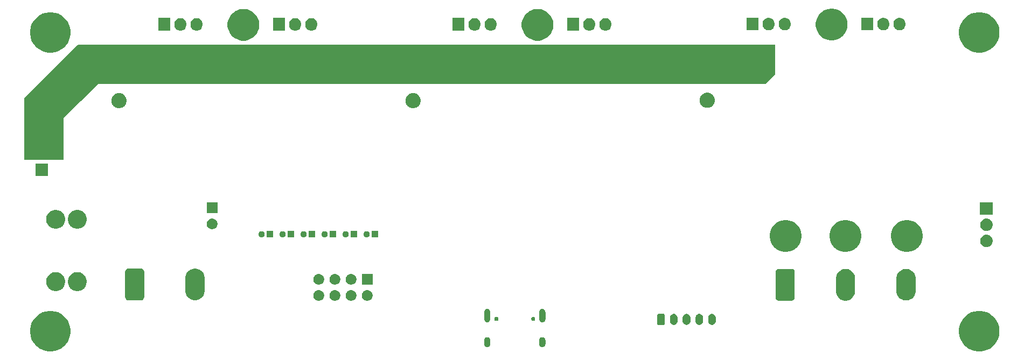
<source format=gbr>
%TF.GenerationSoftware,KiCad,Pcbnew,9.0.2*%
%TF.CreationDate,2025-05-19T15:54:50+02:00*%
%TF.ProjectId,ESC-TFG-KiCad,4553432d-5446-4472-9d4b-694361642e6b,v1.0*%
%TF.SameCoordinates,Original*%
%TF.FileFunction,Soldermask,Bot*%
%TF.FilePolarity,Negative*%
%FSLAX46Y46*%
G04 Gerber Fmt 4.6, Leading zero omitted, Abs format (unit mm)*
G04 Created by KiCad (PCBNEW 9.0.2) date 2025-05-19 15:54:50*
%MOMM*%
%LPD*%
G01*
G04 APERTURE LIST*
G04 APERTURE END LIST*
G36*
X72100025Y-112378416D02*
G01*
X72577587Y-112533585D01*
X73024995Y-112761551D01*
X73431234Y-113056701D01*
X73786299Y-113411766D01*
X74081449Y-113818005D01*
X74309415Y-114265413D01*
X74464584Y-114742975D01*
X74543135Y-115238931D01*
X74543135Y-115741069D01*
X74464584Y-116237025D01*
X74309415Y-116714587D01*
X74081449Y-117161995D01*
X73786299Y-117568234D01*
X73431234Y-117923299D01*
X73024995Y-118218449D01*
X72577587Y-118446415D01*
X72100025Y-118601584D01*
X71604069Y-118680135D01*
X71101931Y-118680135D01*
X70605975Y-118601584D01*
X70128413Y-118446415D01*
X69681005Y-118218449D01*
X69274766Y-117923299D01*
X68919701Y-117568234D01*
X68624551Y-117161995D01*
X68396585Y-116714587D01*
X68241416Y-116237025D01*
X68162865Y-115741069D01*
X68162865Y-115238931D01*
X68241416Y-114742975D01*
X68396585Y-114265413D01*
X68624551Y-113818005D01*
X68919701Y-113411766D01*
X69274766Y-113056701D01*
X69681005Y-112761551D01*
X70128413Y-112533585D01*
X70605975Y-112378416D01*
X71101931Y-112299865D01*
X71604069Y-112299865D01*
X72100025Y-112378416D01*
G37*
G36*
X218100025Y-112378416D02*
G01*
X218577587Y-112533585D01*
X219024995Y-112761551D01*
X219431234Y-113056701D01*
X219786299Y-113411766D01*
X220081449Y-113818005D01*
X220309415Y-114265413D01*
X220464584Y-114742975D01*
X220543135Y-115238931D01*
X220543135Y-115741069D01*
X220464584Y-116237025D01*
X220309415Y-116714587D01*
X220081449Y-117161995D01*
X219786299Y-117568234D01*
X219431234Y-117923299D01*
X219024995Y-118218449D01*
X218577587Y-118446415D01*
X218100025Y-118601584D01*
X217604069Y-118680135D01*
X217101931Y-118680135D01*
X216605975Y-118601584D01*
X216128413Y-118446415D01*
X215681005Y-118218449D01*
X215274766Y-117923299D01*
X214919701Y-117568234D01*
X214624551Y-117161995D01*
X214396585Y-116714587D01*
X214241416Y-116237025D01*
X214162865Y-115741069D01*
X214162865Y-115238931D01*
X214241416Y-114742975D01*
X214396585Y-114265413D01*
X214624551Y-113818005D01*
X214919701Y-113411766D01*
X215274766Y-113056701D01*
X215681005Y-112761551D01*
X216128413Y-112533585D01*
X216605975Y-112378416D01*
X217101931Y-112299865D01*
X217604069Y-112299865D01*
X218100025Y-112378416D01*
G37*
G36*
X140310785Y-116515265D02*
G01*
X140448735Y-116653215D01*
X140523393Y-116833455D01*
X140533000Y-116931000D01*
X140533000Y-117531000D01*
X140523393Y-117628545D01*
X140448735Y-117808785D01*
X140310785Y-117946735D01*
X140130545Y-118021393D01*
X139935455Y-118021393D01*
X139755215Y-117946735D01*
X139617265Y-117808785D01*
X139542607Y-117628545D01*
X139533000Y-117531000D01*
X139533000Y-116931000D01*
X139542607Y-116833455D01*
X139617265Y-116653215D01*
X139755215Y-116515265D01*
X139935455Y-116440607D01*
X140130545Y-116440607D01*
X140310785Y-116515265D01*
G37*
G36*
X148950785Y-116515265D02*
G01*
X149088735Y-116653215D01*
X149163393Y-116833455D01*
X149173000Y-116931000D01*
X149173000Y-117531000D01*
X149163393Y-117628545D01*
X149088735Y-117808785D01*
X148950785Y-117946735D01*
X148770545Y-118021393D01*
X148575455Y-118021393D01*
X148395215Y-117946735D01*
X148257265Y-117808785D01*
X148182607Y-117628545D01*
X148173000Y-117531000D01*
X148173000Y-116931000D01*
X148182607Y-116833455D01*
X148257265Y-116653215D01*
X148395215Y-116515265D01*
X148575455Y-116440607D01*
X148770545Y-116440607D01*
X148950785Y-116515265D01*
G37*
G36*
X167798671Y-112784030D02*
G01*
X167879777Y-112838223D01*
X167933970Y-112919329D01*
X167953000Y-113015000D01*
X167953000Y-114265000D01*
X167933970Y-114360671D01*
X167879777Y-114441777D01*
X167798671Y-114495970D01*
X167703000Y-114515000D01*
X167003000Y-114515000D01*
X166907329Y-114495970D01*
X166826223Y-114441777D01*
X166772030Y-114360671D01*
X166753000Y-114265000D01*
X166753000Y-113015000D01*
X166772030Y-112919329D01*
X166826223Y-112838223D01*
X166907329Y-112784030D01*
X167003000Y-112765000D01*
X167703000Y-112765000D01*
X167798671Y-112784030D01*
G37*
G36*
X169582610Y-112810672D02*
G01*
X169718257Y-112888988D01*
X169829012Y-112999743D01*
X169907328Y-113135390D01*
X169947867Y-113286684D01*
X169953000Y-113365000D01*
X169953000Y-113915000D01*
X169947867Y-113993316D01*
X169907328Y-114144610D01*
X169829012Y-114280257D01*
X169718257Y-114391012D01*
X169582610Y-114469328D01*
X169431316Y-114509867D01*
X169274684Y-114509867D01*
X169123390Y-114469328D01*
X168987743Y-114391012D01*
X168876988Y-114280257D01*
X168798672Y-114144610D01*
X168758133Y-113993316D01*
X168753000Y-113915000D01*
X168753000Y-113365000D01*
X168758133Y-113286684D01*
X168798672Y-113135390D01*
X168876988Y-112999743D01*
X168987743Y-112888988D01*
X169123390Y-112810672D01*
X169274684Y-112770133D01*
X169431316Y-112770133D01*
X169582610Y-112810672D01*
G37*
G36*
X171582610Y-112810672D02*
G01*
X171718257Y-112888988D01*
X171829012Y-112999743D01*
X171907328Y-113135390D01*
X171947867Y-113286684D01*
X171953000Y-113365000D01*
X171953000Y-113915000D01*
X171947867Y-113993316D01*
X171907328Y-114144610D01*
X171829012Y-114280257D01*
X171718257Y-114391012D01*
X171582610Y-114469328D01*
X171431316Y-114509867D01*
X171274684Y-114509867D01*
X171123390Y-114469328D01*
X170987743Y-114391012D01*
X170876988Y-114280257D01*
X170798672Y-114144610D01*
X170758133Y-113993316D01*
X170753000Y-113915000D01*
X170753000Y-113365000D01*
X170758133Y-113286684D01*
X170798672Y-113135390D01*
X170876988Y-112999743D01*
X170987743Y-112888988D01*
X171123390Y-112810672D01*
X171274684Y-112770133D01*
X171431316Y-112770133D01*
X171582610Y-112810672D01*
G37*
G36*
X173582610Y-112810672D02*
G01*
X173718257Y-112888988D01*
X173829012Y-112999743D01*
X173907328Y-113135390D01*
X173947867Y-113286684D01*
X173953000Y-113365000D01*
X173953000Y-113915000D01*
X173947867Y-113993316D01*
X173907328Y-114144610D01*
X173829012Y-114280257D01*
X173718257Y-114391012D01*
X173582610Y-114469328D01*
X173431316Y-114509867D01*
X173274684Y-114509867D01*
X173123390Y-114469328D01*
X172987743Y-114391012D01*
X172876988Y-114280257D01*
X172798672Y-114144610D01*
X172758133Y-113993316D01*
X172753000Y-113915000D01*
X172753000Y-113365000D01*
X172758133Y-113286684D01*
X172798672Y-113135390D01*
X172876988Y-112999743D01*
X172987743Y-112888988D01*
X173123390Y-112810672D01*
X173274684Y-112770133D01*
X173431316Y-112770133D01*
X173582610Y-112810672D01*
G37*
G36*
X175582610Y-112810672D02*
G01*
X175718257Y-112888988D01*
X175829012Y-112999743D01*
X175907328Y-113135390D01*
X175947867Y-113286684D01*
X175953000Y-113365000D01*
X175953000Y-113915000D01*
X175947867Y-113993316D01*
X175907328Y-114144610D01*
X175829012Y-114280257D01*
X175718257Y-114391012D01*
X175582610Y-114469328D01*
X175431316Y-114509867D01*
X175274684Y-114509867D01*
X175123390Y-114469328D01*
X174987743Y-114391012D01*
X174876988Y-114280257D01*
X174798672Y-114144610D01*
X174758133Y-113993316D01*
X174753000Y-113915000D01*
X174753000Y-113365000D01*
X174758133Y-113286684D01*
X174798672Y-113135390D01*
X174876988Y-112999743D01*
X174987743Y-112888988D01*
X175123390Y-112810672D01*
X175274684Y-112770133D01*
X175431316Y-112770133D01*
X175582610Y-112810672D01*
G37*
G36*
X140310785Y-112085265D02*
G01*
X140448735Y-112223215D01*
X140523393Y-112403455D01*
X140533000Y-112501000D01*
X140533000Y-113601000D01*
X140523393Y-113698545D01*
X140448735Y-113878785D01*
X140310785Y-114016735D01*
X140130545Y-114091393D01*
X139935455Y-114091393D01*
X139755215Y-114016735D01*
X139617265Y-113878785D01*
X139542607Y-113698545D01*
X139533000Y-113601000D01*
X139533000Y-112501000D01*
X139542607Y-112403455D01*
X139617265Y-112223215D01*
X139755215Y-112085265D01*
X139935455Y-112010607D01*
X140130545Y-112010607D01*
X140310785Y-112085265D01*
G37*
G36*
X148950785Y-112085265D02*
G01*
X149088735Y-112223215D01*
X149163393Y-112403455D01*
X149173000Y-112501000D01*
X149173000Y-113601000D01*
X149163393Y-113698545D01*
X149088735Y-113878785D01*
X148950785Y-114016735D01*
X148770545Y-114091393D01*
X148575455Y-114091393D01*
X148395215Y-114016735D01*
X148257265Y-113878785D01*
X148182607Y-113698545D01*
X148173000Y-113601000D01*
X148173000Y-112501000D01*
X148182607Y-112403455D01*
X148257265Y-112223215D01*
X148395215Y-112085265D01*
X148575455Y-112010607D01*
X148770545Y-112010607D01*
X148950785Y-112085265D01*
G37*
G36*
X141643560Y-113280772D02*
G01*
X141733228Y-113370440D01*
X141781755Y-113487596D01*
X141781755Y-113614404D01*
X141733228Y-113731560D01*
X141643560Y-113821228D01*
X141526404Y-113869755D01*
X141399596Y-113869755D01*
X141282440Y-113821228D01*
X141192772Y-113731560D01*
X141144245Y-113614404D01*
X141144245Y-113487596D01*
X141192772Y-113370440D01*
X141282440Y-113280772D01*
X141399596Y-113232245D01*
X141526404Y-113232245D01*
X141643560Y-113280772D01*
G37*
G36*
X147423560Y-113280772D02*
G01*
X147513228Y-113370440D01*
X147561755Y-113487596D01*
X147561755Y-113614404D01*
X147513228Y-113731560D01*
X147423560Y-113821228D01*
X147306404Y-113869755D01*
X147179596Y-113869755D01*
X147062440Y-113821228D01*
X146972772Y-113731560D01*
X146924245Y-113614404D01*
X146924245Y-113487596D01*
X146972772Y-113370440D01*
X147062440Y-113280772D01*
X147179596Y-113232245D01*
X147306404Y-113232245D01*
X147423560Y-113280772D01*
G37*
G36*
X113858281Y-109094702D02*
G01*
X114050447Y-109205650D01*
X114207350Y-109362553D01*
X114318298Y-109554719D01*
X114375728Y-109769053D01*
X114375728Y-109990947D01*
X114318298Y-110205281D01*
X114207350Y-110397447D01*
X114050447Y-110554350D01*
X113858281Y-110665298D01*
X113643947Y-110722728D01*
X113422053Y-110722728D01*
X113207719Y-110665298D01*
X113015553Y-110554350D01*
X112858650Y-110397447D01*
X112747702Y-110205281D01*
X112690272Y-109990947D01*
X112690272Y-109769053D01*
X112747702Y-109554719D01*
X112858650Y-109362553D01*
X113015553Y-109205650D01*
X113207719Y-109094702D01*
X113422053Y-109037272D01*
X113643947Y-109037272D01*
X113858281Y-109094702D01*
G37*
G36*
X116398281Y-109094702D02*
G01*
X116590447Y-109205650D01*
X116747350Y-109362553D01*
X116858298Y-109554719D01*
X116915728Y-109769053D01*
X116915728Y-109990947D01*
X116858298Y-110205281D01*
X116747350Y-110397447D01*
X116590447Y-110554350D01*
X116398281Y-110665298D01*
X116183947Y-110722728D01*
X115962053Y-110722728D01*
X115747719Y-110665298D01*
X115555553Y-110554350D01*
X115398650Y-110397447D01*
X115287702Y-110205281D01*
X115230272Y-109990947D01*
X115230272Y-109769053D01*
X115287702Y-109554719D01*
X115398650Y-109362553D01*
X115555553Y-109205650D01*
X115747719Y-109094702D01*
X115962053Y-109037272D01*
X116183947Y-109037272D01*
X116398281Y-109094702D01*
G37*
G36*
X118938281Y-109094702D02*
G01*
X119130447Y-109205650D01*
X119287350Y-109362553D01*
X119398298Y-109554719D01*
X119455728Y-109769053D01*
X119455728Y-109990947D01*
X119398298Y-110205281D01*
X119287350Y-110397447D01*
X119130447Y-110554350D01*
X118938281Y-110665298D01*
X118723947Y-110722728D01*
X118502053Y-110722728D01*
X118287719Y-110665298D01*
X118095553Y-110554350D01*
X117938650Y-110397447D01*
X117827702Y-110205281D01*
X117770272Y-109990947D01*
X117770272Y-109769053D01*
X117827702Y-109554719D01*
X117938650Y-109362553D01*
X118095553Y-109205650D01*
X118287719Y-109094702D01*
X118502053Y-109037272D01*
X118723947Y-109037272D01*
X118938281Y-109094702D01*
G37*
G36*
X121478281Y-109094702D02*
G01*
X121670447Y-109205650D01*
X121827350Y-109362553D01*
X121938298Y-109554719D01*
X121995728Y-109769053D01*
X121995728Y-109990947D01*
X121938298Y-110205281D01*
X121827350Y-110397447D01*
X121670447Y-110554350D01*
X121478281Y-110665298D01*
X121263947Y-110722728D01*
X121042053Y-110722728D01*
X120827719Y-110665298D01*
X120635553Y-110554350D01*
X120478650Y-110397447D01*
X120367702Y-110205281D01*
X120310272Y-109990947D01*
X120310272Y-109769053D01*
X120367702Y-109554719D01*
X120478650Y-109362553D01*
X120635553Y-109205650D01*
X120827719Y-109094702D01*
X121042053Y-109037272D01*
X121263947Y-109037272D01*
X121478281Y-109094702D01*
G37*
G36*
X188044542Y-105728060D02*
G01*
X188206753Y-105836447D01*
X188315140Y-105998658D01*
X188353200Y-106190000D01*
X188353200Y-110190000D01*
X188315140Y-110381342D01*
X188206753Y-110543553D01*
X188044542Y-110651940D01*
X187853200Y-110690000D01*
X185853200Y-110690000D01*
X185661858Y-110651940D01*
X185499647Y-110543553D01*
X185391260Y-110381342D01*
X185353200Y-110190000D01*
X185353200Y-106190000D01*
X185391260Y-105998658D01*
X185499647Y-105836447D01*
X185661858Y-105728060D01*
X185853200Y-105690000D01*
X187853200Y-105690000D01*
X188044542Y-105728060D01*
G37*
G36*
X196788627Y-105754589D02*
G01*
X197060295Y-105867118D01*
X197304790Y-106030484D01*
X197512716Y-106238410D01*
X197676082Y-106482905D01*
X197788611Y-106754573D01*
X197845977Y-107042974D01*
X197853200Y-107190000D01*
X197853200Y-109190000D01*
X197845977Y-109337026D01*
X197788611Y-109625427D01*
X197676082Y-109897095D01*
X197512716Y-110141590D01*
X197304790Y-110349516D01*
X197060295Y-110512882D01*
X196788627Y-110625411D01*
X196500226Y-110682777D01*
X196206174Y-110682777D01*
X195917773Y-110625411D01*
X195646105Y-110512882D01*
X195401610Y-110349516D01*
X195193684Y-110141590D01*
X195030318Y-109897095D01*
X194917789Y-109625427D01*
X194860423Y-109337026D01*
X194853200Y-109190000D01*
X194853200Y-107190000D01*
X194860423Y-107042974D01*
X194917789Y-106754573D01*
X195030318Y-106482905D01*
X195193684Y-106238410D01*
X195401610Y-106030484D01*
X195646105Y-105867118D01*
X195917773Y-105754589D01*
X196206174Y-105697223D01*
X196500226Y-105697223D01*
X196788627Y-105754589D01*
G37*
G36*
X206288427Y-105744589D02*
G01*
X206560095Y-105857118D01*
X206804590Y-106020484D01*
X207012516Y-106228410D01*
X207175882Y-106472905D01*
X207288411Y-106744573D01*
X207345777Y-107032974D01*
X207353000Y-107180000D01*
X207353000Y-109180000D01*
X207345777Y-109327026D01*
X207288411Y-109615427D01*
X207175882Y-109887095D01*
X207012516Y-110131590D01*
X206804590Y-110339516D01*
X206560095Y-110502882D01*
X206288427Y-110615411D01*
X206000026Y-110672777D01*
X205705974Y-110672777D01*
X205417573Y-110615411D01*
X205145905Y-110502882D01*
X204901410Y-110339516D01*
X204693484Y-110131590D01*
X204530118Y-109887095D01*
X204417589Y-109615427D01*
X204360223Y-109327026D01*
X204353000Y-109180000D01*
X204353000Y-107180000D01*
X204360223Y-107032974D01*
X204417589Y-106744573D01*
X204530118Y-106472905D01*
X204693484Y-106228410D01*
X204901410Y-106020484D01*
X205145905Y-105857118D01*
X205417573Y-105744589D01*
X205705974Y-105687223D01*
X206000026Y-105687223D01*
X206288427Y-105744589D01*
G37*
G36*
X85794342Y-105672060D02*
G01*
X85956553Y-105780447D01*
X86064940Y-105942658D01*
X86103000Y-106134000D01*
X86103000Y-110134000D01*
X86064940Y-110325342D01*
X85956553Y-110487553D01*
X85794342Y-110595940D01*
X85603000Y-110634000D01*
X83603000Y-110634000D01*
X83411658Y-110595940D01*
X83249447Y-110487553D01*
X83141060Y-110325342D01*
X83103000Y-110134000D01*
X83103000Y-106134000D01*
X83141060Y-105942658D01*
X83249447Y-105780447D01*
X83411658Y-105672060D01*
X83603000Y-105634000D01*
X85603000Y-105634000D01*
X85794342Y-105672060D01*
G37*
G36*
X94538427Y-105698589D02*
G01*
X94810095Y-105811118D01*
X95054590Y-105974484D01*
X95262516Y-106182410D01*
X95425882Y-106426905D01*
X95538411Y-106698573D01*
X95595777Y-106986974D01*
X95603000Y-107134000D01*
X95603000Y-109134000D01*
X95595777Y-109281026D01*
X95538411Y-109569427D01*
X95425882Y-109841095D01*
X95262516Y-110085590D01*
X95054590Y-110293516D01*
X94810095Y-110456882D01*
X94538427Y-110569411D01*
X94250026Y-110626777D01*
X93955974Y-110626777D01*
X93667573Y-110569411D01*
X93395905Y-110456882D01*
X93151410Y-110293516D01*
X92943484Y-110085590D01*
X92780118Y-109841095D01*
X92667589Y-109569427D01*
X92610223Y-109281026D01*
X92603000Y-109134000D01*
X92603000Y-107134000D01*
X92610223Y-106986974D01*
X92667589Y-106698573D01*
X92780118Y-106426905D01*
X92943484Y-106182410D01*
X93151410Y-105974484D01*
X93395905Y-105811118D01*
X93667573Y-105698589D01*
X93955974Y-105641223D01*
X94250026Y-105641223D01*
X94538427Y-105698589D01*
G37*
G36*
X72628427Y-106254589D02*
G01*
X72900095Y-106367118D01*
X73144590Y-106530484D01*
X73352516Y-106738410D01*
X73515882Y-106982905D01*
X73628411Y-107254573D01*
X73685777Y-107542974D01*
X73685777Y-107837026D01*
X73628411Y-108125427D01*
X73515882Y-108397095D01*
X73352516Y-108641590D01*
X73144590Y-108849516D01*
X72900095Y-109012882D01*
X72628427Y-109125411D01*
X72340026Y-109182777D01*
X72045974Y-109182777D01*
X71757573Y-109125411D01*
X71485905Y-109012882D01*
X71241410Y-108849516D01*
X71033484Y-108641590D01*
X70870118Y-108397095D01*
X70757589Y-108125427D01*
X70700223Y-107837026D01*
X70700223Y-107542974D01*
X70757589Y-107254573D01*
X70870118Y-106982905D01*
X71033484Y-106738410D01*
X71241410Y-106530484D01*
X71485905Y-106367118D01*
X71757573Y-106254589D01*
X72045974Y-106197223D01*
X72340026Y-106197223D01*
X72628427Y-106254589D01*
G37*
G36*
X76028427Y-106254589D02*
G01*
X76300095Y-106367118D01*
X76544590Y-106530484D01*
X76752516Y-106738410D01*
X76915882Y-106982905D01*
X77028411Y-107254573D01*
X77085777Y-107542974D01*
X77085777Y-107837026D01*
X77028411Y-108125427D01*
X76915882Y-108397095D01*
X76752516Y-108641590D01*
X76544590Y-108849516D01*
X76300095Y-109012882D01*
X76028427Y-109125411D01*
X75740026Y-109182777D01*
X75445974Y-109182777D01*
X75157573Y-109125411D01*
X74885905Y-109012882D01*
X74641410Y-108849516D01*
X74433484Y-108641590D01*
X74270118Y-108397095D01*
X74157589Y-108125427D01*
X74100223Y-107837026D01*
X74100223Y-107542974D01*
X74157589Y-107254573D01*
X74270118Y-106982905D01*
X74433484Y-106738410D01*
X74641410Y-106530484D01*
X74885905Y-106367118D01*
X75157573Y-106254589D01*
X75445974Y-106197223D01*
X75740026Y-106197223D01*
X76028427Y-106254589D01*
G37*
G36*
X122003000Y-108190000D02*
G01*
X120303000Y-108190000D01*
X120303000Y-106490000D01*
X122003000Y-106490000D01*
X122003000Y-108190000D01*
G37*
G36*
X113858281Y-106554702D02*
G01*
X114050447Y-106665650D01*
X114207350Y-106822553D01*
X114318298Y-107014719D01*
X114375728Y-107229053D01*
X114375728Y-107450947D01*
X114318298Y-107665281D01*
X114207350Y-107857447D01*
X114050447Y-108014350D01*
X113858281Y-108125298D01*
X113643947Y-108182728D01*
X113422053Y-108182728D01*
X113207719Y-108125298D01*
X113015553Y-108014350D01*
X112858650Y-107857447D01*
X112747702Y-107665281D01*
X112690272Y-107450947D01*
X112690272Y-107229053D01*
X112747702Y-107014719D01*
X112858650Y-106822553D01*
X113015553Y-106665650D01*
X113207719Y-106554702D01*
X113422053Y-106497272D01*
X113643947Y-106497272D01*
X113858281Y-106554702D01*
G37*
G36*
X116398281Y-106554702D02*
G01*
X116590447Y-106665650D01*
X116747350Y-106822553D01*
X116858298Y-107014719D01*
X116915728Y-107229053D01*
X116915728Y-107450947D01*
X116858298Y-107665281D01*
X116747350Y-107857447D01*
X116590447Y-108014350D01*
X116398281Y-108125298D01*
X116183947Y-108182728D01*
X115962053Y-108182728D01*
X115747719Y-108125298D01*
X115555553Y-108014350D01*
X115398650Y-107857447D01*
X115287702Y-107665281D01*
X115230272Y-107450947D01*
X115230272Y-107229053D01*
X115287702Y-107014719D01*
X115398650Y-106822553D01*
X115555553Y-106665650D01*
X115747719Y-106554702D01*
X115962053Y-106497272D01*
X116183947Y-106497272D01*
X116398281Y-106554702D01*
G37*
G36*
X118938281Y-106554702D02*
G01*
X119130447Y-106665650D01*
X119287350Y-106822553D01*
X119398298Y-107014719D01*
X119455728Y-107229053D01*
X119455728Y-107450947D01*
X119398298Y-107665281D01*
X119287350Y-107857447D01*
X119130447Y-108014350D01*
X118938281Y-108125298D01*
X118723947Y-108182728D01*
X118502053Y-108182728D01*
X118287719Y-108125298D01*
X118095553Y-108014350D01*
X117938650Y-107857447D01*
X117827702Y-107665281D01*
X117770272Y-107450947D01*
X117770272Y-107229053D01*
X117827702Y-107014719D01*
X117938650Y-106822553D01*
X118095553Y-106665650D01*
X118287719Y-106554702D01*
X118502053Y-106497272D01*
X118723947Y-106497272D01*
X118938281Y-106554702D01*
G37*
G36*
X187506613Y-98073075D02*
G01*
X187879709Y-98194301D01*
X188229246Y-98372400D01*
X188546620Y-98602985D01*
X188824015Y-98880380D01*
X189054600Y-99197754D01*
X189232699Y-99547291D01*
X189353925Y-99920387D01*
X189415293Y-100307852D01*
X189415293Y-100700148D01*
X189353925Y-101087613D01*
X189232699Y-101460709D01*
X189054600Y-101810246D01*
X188824015Y-102127620D01*
X188546620Y-102405015D01*
X188229246Y-102635600D01*
X187879709Y-102813699D01*
X187506613Y-102934925D01*
X187119148Y-102996293D01*
X186726852Y-102996293D01*
X186339387Y-102934925D01*
X185966291Y-102813699D01*
X185616754Y-102635600D01*
X185299380Y-102405015D01*
X185021985Y-102127620D01*
X184791400Y-101810246D01*
X184613301Y-101460709D01*
X184492075Y-101087613D01*
X184430707Y-100700148D01*
X184430707Y-100307852D01*
X184492075Y-99920387D01*
X184613301Y-99547291D01*
X184791400Y-99197754D01*
X185021985Y-98880380D01*
X185299380Y-98602985D01*
X185616754Y-98372400D01*
X185966291Y-98194301D01*
X186339387Y-98073075D01*
X186726852Y-98011707D01*
X187119148Y-98011707D01*
X187506613Y-98073075D01*
G37*
G36*
X196904613Y-98073075D02*
G01*
X197277709Y-98194301D01*
X197627246Y-98372400D01*
X197944620Y-98602985D01*
X198222015Y-98880380D01*
X198452600Y-99197754D01*
X198630699Y-99547291D01*
X198751925Y-99920387D01*
X198813293Y-100307852D01*
X198813293Y-100700148D01*
X198751925Y-101087613D01*
X198630699Y-101460709D01*
X198452600Y-101810246D01*
X198222015Y-102127620D01*
X197944620Y-102405015D01*
X197627246Y-102635600D01*
X197277709Y-102813699D01*
X196904613Y-102934925D01*
X196517148Y-102996293D01*
X196124852Y-102996293D01*
X195737387Y-102934925D01*
X195364291Y-102813699D01*
X195014754Y-102635600D01*
X194697380Y-102405015D01*
X194419985Y-102127620D01*
X194189400Y-101810246D01*
X194011301Y-101460709D01*
X193890075Y-101087613D01*
X193828707Y-100700148D01*
X193828707Y-100307852D01*
X193890075Y-99920387D01*
X194011301Y-99547291D01*
X194189400Y-99197754D01*
X194419985Y-98880380D01*
X194697380Y-98602985D01*
X195014754Y-98372400D01*
X195364291Y-98194301D01*
X195737387Y-98073075D01*
X196124852Y-98011707D01*
X196517148Y-98011707D01*
X196904613Y-98073075D01*
G37*
G36*
X206556613Y-98073075D02*
G01*
X206929709Y-98194301D01*
X207279246Y-98372400D01*
X207596620Y-98602985D01*
X207874015Y-98880380D01*
X208104600Y-99197754D01*
X208282699Y-99547291D01*
X208403925Y-99920387D01*
X208465293Y-100307852D01*
X208465293Y-100700148D01*
X208403925Y-101087613D01*
X208282699Y-101460709D01*
X208104600Y-101810246D01*
X207874015Y-102127620D01*
X207596620Y-102405015D01*
X207279246Y-102635600D01*
X206929709Y-102813699D01*
X206556613Y-102934925D01*
X206169148Y-102996293D01*
X205776852Y-102996293D01*
X205389387Y-102934925D01*
X205016291Y-102813699D01*
X204666754Y-102635600D01*
X204349380Y-102405015D01*
X204071985Y-102127620D01*
X203841400Y-101810246D01*
X203663301Y-101460709D01*
X203542075Y-101087613D01*
X203480707Y-100700148D01*
X203480707Y-100307852D01*
X203542075Y-99920387D01*
X203663301Y-99547291D01*
X203841400Y-99197754D01*
X204071985Y-98880380D01*
X204349380Y-98602985D01*
X204666754Y-98372400D01*
X205016291Y-98194301D01*
X205389387Y-98073075D01*
X205776852Y-98011707D01*
X206169148Y-98011707D01*
X206556613Y-98073075D01*
G37*
G36*
X218661826Y-100343649D02*
G01*
X218902006Y-100408005D01*
X219117345Y-100532331D01*
X219293169Y-100708155D01*
X219417495Y-100923494D01*
X219481851Y-101163674D01*
X219481851Y-101412326D01*
X219417495Y-101652506D01*
X219293169Y-101867845D01*
X219117345Y-102043669D01*
X218902006Y-102167995D01*
X218661826Y-102232351D01*
X218537500Y-102240500D01*
X218535862Y-102240500D01*
X218444138Y-102240500D01*
X218442500Y-102240500D01*
X218318174Y-102232351D01*
X218077994Y-102167995D01*
X217862655Y-102043669D01*
X217686831Y-101867845D01*
X217562505Y-101652506D01*
X217498149Y-101412326D01*
X217498149Y-101163674D01*
X217562505Y-100923494D01*
X217686831Y-100708155D01*
X217862655Y-100532331D01*
X218077994Y-100408005D01*
X218318174Y-100343649D01*
X218442500Y-100335500D01*
X218537500Y-100335500D01*
X218661826Y-100343649D01*
G37*
G36*
X106332980Y-100750000D02*
G01*
X105332980Y-100750000D01*
X105332980Y-99750000D01*
X106332980Y-99750000D01*
X106332980Y-100750000D01*
G37*
G36*
X109634980Y-100750000D02*
G01*
X108634980Y-100750000D01*
X108634980Y-99750000D01*
X109634980Y-99750000D01*
X109634980Y-100750000D01*
G37*
G36*
X112936980Y-100750000D02*
G01*
X111936980Y-100750000D01*
X111936980Y-99750000D01*
X112936980Y-99750000D01*
X112936980Y-100750000D01*
G37*
G36*
X116238980Y-100750000D02*
G01*
X115238980Y-100750000D01*
X115238980Y-99750000D01*
X116238980Y-99750000D01*
X116238980Y-100750000D01*
G37*
G36*
X119540980Y-100750000D02*
G01*
X118540980Y-100750000D01*
X118540980Y-99750000D01*
X119540980Y-99750000D01*
X119540980Y-100750000D01*
G37*
G36*
X122842980Y-100750000D02*
G01*
X121842980Y-100750000D01*
X121842980Y-99750000D01*
X122842980Y-99750000D01*
X122842980Y-100750000D01*
G37*
G36*
X104840765Y-99834265D02*
G01*
X104978715Y-99972215D01*
X105053373Y-100152455D01*
X105053373Y-100347545D01*
X104978715Y-100527785D01*
X104840765Y-100665735D01*
X104660525Y-100740393D01*
X104465435Y-100740393D01*
X104285195Y-100665735D01*
X104147245Y-100527785D01*
X104072587Y-100347545D01*
X104072587Y-100152455D01*
X104147245Y-99972215D01*
X104285195Y-99834265D01*
X104465435Y-99759607D01*
X104660525Y-99759607D01*
X104840765Y-99834265D01*
G37*
G36*
X108142765Y-99834265D02*
G01*
X108280715Y-99972215D01*
X108355373Y-100152455D01*
X108355373Y-100347545D01*
X108280715Y-100527785D01*
X108142765Y-100665735D01*
X107962525Y-100740393D01*
X107767435Y-100740393D01*
X107587195Y-100665735D01*
X107449245Y-100527785D01*
X107374587Y-100347545D01*
X107374587Y-100152455D01*
X107449245Y-99972215D01*
X107587195Y-99834265D01*
X107767435Y-99759607D01*
X107962525Y-99759607D01*
X108142765Y-99834265D01*
G37*
G36*
X111444765Y-99834265D02*
G01*
X111582715Y-99972215D01*
X111657373Y-100152455D01*
X111657373Y-100347545D01*
X111582715Y-100527785D01*
X111444765Y-100665735D01*
X111264525Y-100740393D01*
X111069435Y-100740393D01*
X110889195Y-100665735D01*
X110751245Y-100527785D01*
X110676587Y-100347545D01*
X110676587Y-100152455D01*
X110751245Y-99972215D01*
X110889195Y-99834265D01*
X111069435Y-99759607D01*
X111264525Y-99759607D01*
X111444765Y-99834265D01*
G37*
G36*
X114746765Y-99834265D02*
G01*
X114884715Y-99972215D01*
X114959373Y-100152455D01*
X114959373Y-100347545D01*
X114884715Y-100527785D01*
X114746765Y-100665735D01*
X114566525Y-100740393D01*
X114371435Y-100740393D01*
X114191195Y-100665735D01*
X114053245Y-100527785D01*
X113978587Y-100347545D01*
X113978587Y-100152455D01*
X114053245Y-99972215D01*
X114191195Y-99834265D01*
X114371435Y-99759607D01*
X114566525Y-99759607D01*
X114746765Y-99834265D01*
G37*
G36*
X118048765Y-99834265D02*
G01*
X118186715Y-99972215D01*
X118261373Y-100152455D01*
X118261373Y-100347545D01*
X118186715Y-100527785D01*
X118048765Y-100665735D01*
X117868525Y-100740393D01*
X117673435Y-100740393D01*
X117493195Y-100665735D01*
X117355245Y-100527785D01*
X117280587Y-100347545D01*
X117280587Y-100152455D01*
X117355245Y-99972215D01*
X117493195Y-99834265D01*
X117673435Y-99759607D01*
X117868525Y-99759607D01*
X118048765Y-99834265D01*
G37*
G36*
X121350765Y-99834265D02*
G01*
X121488715Y-99972215D01*
X121563373Y-100152455D01*
X121563373Y-100347545D01*
X121488715Y-100527785D01*
X121350765Y-100665735D01*
X121170525Y-100740393D01*
X120975435Y-100740393D01*
X120795195Y-100665735D01*
X120657245Y-100527785D01*
X120582587Y-100347545D01*
X120582587Y-100152455D01*
X120657245Y-99972215D01*
X120795195Y-99834265D01*
X120975435Y-99759607D01*
X121170525Y-99759607D01*
X121350765Y-99834265D01*
G37*
G36*
X218661826Y-97803649D02*
G01*
X218902006Y-97868005D01*
X219117345Y-97992331D01*
X219293169Y-98168155D01*
X219417495Y-98383494D01*
X219481851Y-98623674D01*
X219481851Y-98872326D01*
X219417495Y-99112506D01*
X219293169Y-99327845D01*
X219117345Y-99503669D01*
X218902006Y-99627995D01*
X218661826Y-99692351D01*
X218537500Y-99700500D01*
X218535862Y-99700500D01*
X218444138Y-99700500D01*
X218442500Y-99700500D01*
X218318174Y-99692351D01*
X218077994Y-99627995D01*
X217862655Y-99503669D01*
X217686831Y-99327845D01*
X217562505Y-99112506D01*
X217498149Y-98872326D01*
X217498149Y-98623674D01*
X217562505Y-98383494D01*
X217686831Y-98168155D01*
X217862655Y-97992331D01*
X218077994Y-97868005D01*
X218318174Y-97803649D01*
X218442500Y-97795500D01*
X218537500Y-97795500D01*
X218661826Y-97803649D01*
G37*
G36*
X97099531Y-97813702D02*
G01*
X97291697Y-97924650D01*
X97448600Y-98081553D01*
X97559548Y-98273719D01*
X97616978Y-98488053D01*
X97616978Y-98709947D01*
X97559548Y-98924281D01*
X97448600Y-99116447D01*
X97291697Y-99273350D01*
X97099531Y-99384298D01*
X96885197Y-99441728D01*
X96663303Y-99441728D01*
X96448969Y-99384298D01*
X96256803Y-99273350D01*
X96099900Y-99116447D01*
X95988952Y-98924281D01*
X95931522Y-98709947D01*
X95931522Y-98488053D01*
X95988952Y-98273719D01*
X96099900Y-98081553D01*
X96256803Y-97924650D01*
X96448969Y-97813702D01*
X96663303Y-97756272D01*
X96885197Y-97756272D01*
X97099531Y-97813702D01*
G37*
G36*
X72628427Y-96454589D02*
G01*
X72900095Y-96567118D01*
X73144590Y-96730484D01*
X73352516Y-96938410D01*
X73515882Y-97182905D01*
X73628411Y-97454573D01*
X73685777Y-97742974D01*
X73685777Y-98037026D01*
X73628411Y-98325427D01*
X73515882Y-98597095D01*
X73352516Y-98841590D01*
X73144590Y-99049516D01*
X72900095Y-99212882D01*
X72628427Y-99325411D01*
X72340026Y-99382777D01*
X72045974Y-99382777D01*
X71757573Y-99325411D01*
X71485905Y-99212882D01*
X71241410Y-99049516D01*
X71033484Y-98841590D01*
X70870118Y-98597095D01*
X70757589Y-98325427D01*
X70700223Y-98037026D01*
X70700223Y-97742974D01*
X70757589Y-97454573D01*
X70870118Y-97182905D01*
X71033484Y-96938410D01*
X71241410Y-96730484D01*
X71485905Y-96567118D01*
X71757573Y-96454589D01*
X72045974Y-96397223D01*
X72340026Y-96397223D01*
X72628427Y-96454589D01*
G37*
G36*
X76028427Y-96454589D02*
G01*
X76300095Y-96567118D01*
X76544590Y-96730484D01*
X76752516Y-96938410D01*
X76915882Y-97182905D01*
X77028411Y-97454573D01*
X77085777Y-97742974D01*
X77085777Y-98037026D01*
X77028411Y-98325427D01*
X76915882Y-98597095D01*
X76752516Y-98841590D01*
X76544590Y-99049516D01*
X76300095Y-99212882D01*
X76028427Y-99325411D01*
X75740026Y-99382777D01*
X75445974Y-99382777D01*
X75157573Y-99325411D01*
X74885905Y-99212882D01*
X74641410Y-99049516D01*
X74433484Y-98841590D01*
X74270118Y-98597095D01*
X74157589Y-98325427D01*
X74100223Y-98037026D01*
X74100223Y-97742974D01*
X74157589Y-97454573D01*
X74270118Y-97182905D01*
X74433484Y-96938410D01*
X74641410Y-96730484D01*
X74885905Y-96567118D01*
X75157573Y-96454589D01*
X75445974Y-96397223D01*
X75740026Y-96397223D01*
X76028427Y-96454589D01*
G37*
G36*
X219490000Y-97160500D02*
G01*
X217490000Y-97160500D01*
X217490000Y-95255500D01*
X219490000Y-95255500D01*
X219490000Y-97160500D01*
G37*
G36*
X97624250Y-96909000D02*
G01*
X95924250Y-96909000D01*
X95924250Y-95209000D01*
X97624250Y-95209000D01*
X97624250Y-96909000D01*
G37*
G36*
X71012000Y-91042500D02*
G01*
X69012000Y-91042500D01*
X69012000Y-89137500D01*
X71012000Y-89137500D01*
X71012000Y-91042500D01*
G37*
G36*
X185276271Y-70461728D02*
G01*
X185282160Y-70475945D01*
X185282160Y-75028054D01*
X185272152Y-75052215D01*
X183762215Y-76562152D01*
X183738055Y-76572160D01*
X78987595Y-76572160D01*
X78969565Y-76579448D01*
X73403103Y-81958634D01*
X73395160Y-81977355D01*
X73395160Y-88490054D01*
X73389271Y-88504271D01*
X73375055Y-88510160D01*
X67298945Y-88510160D01*
X67284728Y-88504271D01*
X67278840Y-88490054D01*
X67278840Y-78857945D01*
X67288847Y-78833784D01*
X75656784Y-70465847D01*
X75680945Y-70455840D01*
X185262055Y-70455840D01*
X185276271Y-70461728D01*
G37*
G36*
X82286949Y-78015266D02*
G01*
X82304631Y-78015266D01*
X82355572Y-78028915D01*
X82496270Y-78056902D01*
X82562682Y-78084411D01*
X82607220Y-78096345D01*
X82647152Y-78119399D01*
X82713560Y-78146907D01*
X82832827Y-78226599D01*
X82878514Y-78252976D01*
X82891019Y-78265481D01*
X82909117Y-78277574D01*
X83075425Y-78443882D01*
X83087517Y-78461979D01*
X83100024Y-78474486D01*
X83126403Y-78520176D01*
X83206092Y-78639439D01*
X83233597Y-78705843D01*
X83256655Y-78745780D01*
X83268589Y-78790321D01*
X83296097Y-78856729D01*
X83324083Y-78997424D01*
X83337734Y-79048369D01*
X83337734Y-79066050D01*
X83341981Y-79087401D01*
X83341981Y-79322598D01*
X83337734Y-79343948D01*
X83337734Y-79361631D01*
X83324082Y-79412578D01*
X83296097Y-79553270D01*
X83268590Y-79619675D01*
X83256655Y-79664220D01*
X83233596Y-79704158D01*
X83206092Y-79770560D01*
X83126407Y-79889816D01*
X83100024Y-79935514D01*
X83087515Y-79948022D01*
X83075425Y-79966117D01*
X82909117Y-80132425D01*
X82891022Y-80144515D01*
X82878514Y-80157024D01*
X82832816Y-80183407D01*
X82713560Y-80263092D01*
X82647158Y-80290596D01*
X82607220Y-80313655D01*
X82562675Y-80325590D01*
X82496270Y-80353097D01*
X82355578Y-80381082D01*
X82304631Y-80394734D01*
X82286949Y-80394734D01*
X82265598Y-80398981D01*
X82030402Y-80398981D01*
X82009051Y-80394734D01*
X81991369Y-80394734D01*
X81940422Y-80381082D01*
X81799729Y-80353097D01*
X81733321Y-80325589D01*
X81688780Y-80313655D01*
X81648843Y-80290597D01*
X81582439Y-80263092D01*
X81463176Y-80183403D01*
X81417486Y-80157024D01*
X81404979Y-80144517D01*
X81386882Y-80132425D01*
X81220574Y-79966117D01*
X81208481Y-79948019D01*
X81195976Y-79935514D01*
X81169599Y-79889827D01*
X81089907Y-79770560D01*
X81062399Y-79704152D01*
X81039345Y-79664220D01*
X81027411Y-79619682D01*
X80999902Y-79553270D01*
X80971915Y-79412572D01*
X80958266Y-79361631D01*
X80958266Y-79343949D01*
X80954019Y-79322598D01*
X80954019Y-79087401D01*
X80958266Y-79066049D01*
X80958266Y-79048369D01*
X80971915Y-78997430D01*
X80999902Y-78856729D01*
X81027411Y-78790314D01*
X81039345Y-78745780D01*
X81062398Y-78705849D01*
X81089907Y-78639439D01*
X81169603Y-78520165D01*
X81195976Y-78474486D01*
X81208479Y-78461982D01*
X81220574Y-78443882D01*
X81386882Y-78277574D01*
X81404982Y-78265479D01*
X81417486Y-78252976D01*
X81463165Y-78226603D01*
X81582439Y-78146907D01*
X81648849Y-78119398D01*
X81688780Y-78096345D01*
X81733314Y-78084411D01*
X81799729Y-78056902D01*
X81940428Y-78028915D01*
X81991369Y-78015266D01*
X82009051Y-78015266D01*
X82030402Y-78011019D01*
X82265598Y-78011019D01*
X82286949Y-78015266D01*
G37*
G36*
X128514949Y-78015266D02*
G01*
X128532631Y-78015266D01*
X128583572Y-78028915D01*
X128724270Y-78056902D01*
X128790682Y-78084411D01*
X128835220Y-78096345D01*
X128875152Y-78119399D01*
X128941560Y-78146907D01*
X129060827Y-78226599D01*
X129106514Y-78252976D01*
X129119019Y-78265481D01*
X129137117Y-78277574D01*
X129303425Y-78443882D01*
X129315517Y-78461979D01*
X129328024Y-78474486D01*
X129354403Y-78520176D01*
X129434092Y-78639439D01*
X129461597Y-78705843D01*
X129484655Y-78745780D01*
X129496589Y-78790321D01*
X129524097Y-78856729D01*
X129552083Y-78997424D01*
X129565734Y-79048369D01*
X129565734Y-79066050D01*
X129569981Y-79087401D01*
X129569981Y-79322598D01*
X129565734Y-79343948D01*
X129565734Y-79361631D01*
X129552082Y-79412578D01*
X129524097Y-79553270D01*
X129496590Y-79619675D01*
X129484655Y-79664220D01*
X129461596Y-79704158D01*
X129434092Y-79770560D01*
X129354407Y-79889816D01*
X129328024Y-79935514D01*
X129315515Y-79948022D01*
X129303425Y-79966117D01*
X129137117Y-80132425D01*
X129119022Y-80144515D01*
X129106514Y-80157024D01*
X129060816Y-80183407D01*
X128941560Y-80263092D01*
X128875158Y-80290596D01*
X128835220Y-80313655D01*
X128790675Y-80325590D01*
X128724270Y-80353097D01*
X128583578Y-80381082D01*
X128532631Y-80394734D01*
X128514949Y-80394734D01*
X128493598Y-80398981D01*
X128258402Y-80398981D01*
X128237051Y-80394734D01*
X128219369Y-80394734D01*
X128168422Y-80381082D01*
X128027729Y-80353097D01*
X127961321Y-80325589D01*
X127916780Y-80313655D01*
X127876843Y-80290597D01*
X127810439Y-80263092D01*
X127691176Y-80183403D01*
X127645486Y-80157024D01*
X127632979Y-80144517D01*
X127614882Y-80132425D01*
X127448574Y-79966117D01*
X127436481Y-79948019D01*
X127423976Y-79935514D01*
X127397599Y-79889827D01*
X127317907Y-79770560D01*
X127290399Y-79704152D01*
X127267345Y-79664220D01*
X127255411Y-79619682D01*
X127227902Y-79553270D01*
X127199915Y-79412572D01*
X127186266Y-79361631D01*
X127186266Y-79343949D01*
X127182019Y-79322598D01*
X127182019Y-79087401D01*
X127186266Y-79066049D01*
X127186266Y-79048369D01*
X127199915Y-78997430D01*
X127227902Y-78856729D01*
X127255411Y-78790314D01*
X127267345Y-78745780D01*
X127290398Y-78705849D01*
X127317907Y-78639439D01*
X127397603Y-78520165D01*
X127423976Y-78474486D01*
X127436479Y-78461982D01*
X127448574Y-78443882D01*
X127614882Y-78277574D01*
X127632982Y-78265479D01*
X127645486Y-78252976D01*
X127691165Y-78226603D01*
X127810439Y-78146907D01*
X127876849Y-78119398D01*
X127916780Y-78096345D01*
X127961314Y-78084411D01*
X128027729Y-78056902D01*
X128168428Y-78028915D01*
X128219369Y-78015266D01*
X128237051Y-78015266D01*
X128258402Y-78011019D01*
X128493598Y-78011019D01*
X128514949Y-78015266D01*
G37*
G36*
X174742949Y-77959266D02*
G01*
X174760631Y-77959266D01*
X174811572Y-77972915D01*
X174952270Y-78000902D01*
X175018682Y-78028411D01*
X175063220Y-78040345D01*
X175103152Y-78063399D01*
X175169560Y-78090907D01*
X175288827Y-78170599D01*
X175334514Y-78196976D01*
X175347019Y-78209481D01*
X175365117Y-78221574D01*
X175531425Y-78387882D01*
X175543517Y-78405979D01*
X175556024Y-78418486D01*
X175582403Y-78464176D01*
X175662092Y-78583439D01*
X175689597Y-78649843D01*
X175712655Y-78689780D01*
X175724589Y-78734321D01*
X175752097Y-78800729D01*
X175780083Y-78941424D01*
X175793734Y-78992369D01*
X175793734Y-79010050D01*
X175797981Y-79031401D01*
X175797981Y-79266598D01*
X175793734Y-79287948D01*
X175793734Y-79305631D01*
X175780082Y-79356578D01*
X175752097Y-79497270D01*
X175724590Y-79563675D01*
X175712655Y-79608220D01*
X175689596Y-79648158D01*
X175662092Y-79714560D01*
X175582407Y-79833816D01*
X175556024Y-79879514D01*
X175543515Y-79892022D01*
X175531425Y-79910117D01*
X175365117Y-80076425D01*
X175347022Y-80088515D01*
X175334514Y-80101024D01*
X175288816Y-80127407D01*
X175169560Y-80207092D01*
X175103158Y-80234596D01*
X175063220Y-80257655D01*
X175018675Y-80269590D01*
X174952270Y-80297097D01*
X174811578Y-80325082D01*
X174760631Y-80338734D01*
X174742949Y-80338734D01*
X174721598Y-80342981D01*
X174486402Y-80342981D01*
X174465051Y-80338734D01*
X174447369Y-80338734D01*
X174396422Y-80325082D01*
X174255729Y-80297097D01*
X174189321Y-80269589D01*
X174144780Y-80257655D01*
X174104843Y-80234597D01*
X174038439Y-80207092D01*
X173919176Y-80127403D01*
X173873486Y-80101024D01*
X173860979Y-80088517D01*
X173842882Y-80076425D01*
X173676574Y-79910117D01*
X173664481Y-79892019D01*
X173651976Y-79879514D01*
X173625599Y-79833827D01*
X173545907Y-79714560D01*
X173518399Y-79648152D01*
X173495345Y-79608220D01*
X173483411Y-79563682D01*
X173455902Y-79497270D01*
X173427915Y-79356572D01*
X173414266Y-79305631D01*
X173414266Y-79287949D01*
X173410019Y-79266598D01*
X173410019Y-79031401D01*
X173414266Y-79010049D01*
X173414266Y-78992369D01*
X173427915Y-78941430D01*
X173455902Y-78800729D01*
X173483411Y-78734314D01*
X173495345Y-78689780D01*
X173518398Y-78649849D01*
X173545907Y-78583439D01*
X173625603Y-78464165D01*
X173651976Y-78418486D01*
X173664479Y-78405982D01*
X173676574Y-78387882D01*
X173842882Y-78221574D01*
X173860982Y-78209479D01*
X173873486Y-78196976D01*
X173919165Y-78170603D01*
X174038439Y-78090907D01*
X174104849Y-78063398D01*
X174144780Y-78040345D01*
X174189314Y-78028411D01*
X174255729Y-78000902D01*
X174396428Y-77972915D01*
X174447369Y-77959266D01*
X174465051Y-77959266D01*
X174486402Y-77955019D01*
X174721598Y-77955019D01*
X174742949Y-77959266D01*
G37*
G36*
X72100025Y-65378416D02*
G01*
X72577587Y-65533585D01*
X73024995Y-65761551D01*
X73431234Y-66056701D01*
X73786299Y-66411766D01*
X74081449Y-66818005D01*
X74309415Y-67265413D01*
X74464584Y-67742975D01*
X74543135Y-68238931D01*
X74543135Y-68741069D01*
X74464584Y-69237025D01*
X74309415Y-69714587D01*
X74081449Y-70161995D01*
X73786299Y-70568234D01*
X73431234Y-70923299D01*
X73024995Y-71218449D01*
X72577587Y-71446415D01*
X72100025Y-71601584D01*
X71604069Y-71680135D01*
X71101931Y-71680135D01*
X70605975Y-71601584D01*
X70128413Y-71446415D01*
X69681005Y-71218449D01*
X69274766Y-70923299D01*
X68919701Y-70568234D01*
X68624551Y-70161995D01*
X68396585Y-69714587D01*
X68241416Y-69237025D01*
X68162865Y-68741069D01*
X68162865Y-68238931D01*
X68241416Y-67742975D01*
X68396585Y-67265413D01*
X68624551Y-66818005D01*
X68919701Y-66411766D01*
X69274766Y-66056701D01*
X69681005Y-65761551D01*
X70128413Y-65533585D01*
X70605975Y-65378416D01*
X71101931Y-65299865D01*
X71604069Y-65299865D01*
X72100025Y-65378416D01*
G37*
G36*
X218100025Y-65378416D02*
G01*
X218577587Y-65533585D01*
X219024995Y-65761551D01*
X219431234Y-66056701D01*
X219786299Y-66411766D01*
X220081449Y-66818005D01*
X220309415Y-67265413D01*
X220464584Y-67742975D01*
X220543135Y-68238931D01*
X220543135Y-68741069D01*
X220464584Y-69237025D01*
X220309415Y-69714587D01*
X220081449Y-70161995D01*
X219786299Y-70568234D01*
X219431234Y-70923299D01*
X219024995Y-71218449D01*
X218577587Y-71446415D01*
X218100025Y-71601584D01*
X217604069Y-71680135D01*
X217101931Y-71680135D01*
X216605975Y-71601584D01*
X216128413Y-71446415D01*
X215681005Y-71218449D01*
X215274766Y-70923299D01*
X214919701Y-70568234D01*
X214624551Y-70161995D01*
X214396585Y-69714587D01*
X214241416Y-69237025D01*
X214162865Y-68741069D01*
X214162865Y-68238931D01*
X214241416Y-67742975D01*
X214396585Y-67265413D01*
X214624551Y-66818005D01*
X214919701Y-66411766D01*
X215274766Y-66056701D01*
X215681005Y-65761551D01*
X216128413Y-65533585D01*
X216605975Y-65378416D01*
X217101931Y-65299865D01*
X217604069Y-65299865D01*
X218100025Y-65378416D01*
G37*
G36*
X148516613Y-64860076D02*
G01*
X148889709Y-64981302D01*
X149239246Y-65159401D01*
X149556620Y-65389986D01*
X149834015Y-65667381D01*
X150064600Y-65984755D01*
X150242699Y-66334292D01*
X150363925Y-66707388D01*
X150425293Y-67094853D01*
X150425293Y-67487149D01*
X150363925Y-67874614D01*
X150242699Y-68247710D01*
X150064600Y-68597247D01*
X149834015Y-68914621D01*
X149556620Y-69192016D01*
X149239246Y-69422601D01*
X148889709Y-69600700D01*
X148516613Y-69721926D01*
X148129148Y-69783294D01*
X147736852Y-69783294D01*
X147349387Y-69721926D01*
X146976291Y-69600700D01*
X146626754Y-69422601D01*
X146309380Y-69192016D01*
X146031985Y-68914621D01*
X145801400Y-68597247D01*
X145623301Y-68247710D01*
X145502075Y-67874614D01*
X145440707Y-67487149D01*
X145440707Y-67094853D01*
X145502075Y-66707388D01*
X145623301Y-66334292D01*
X145801400Y-65984755D01*
X146031985Y-65667381D01*
X146309380Y-65389986D01*
X146626754Y-65159401D01*
X146976291Y-64981302D01*
X147349387Y-64860076D01*
X147736852Y-64798708D01*
X148129148Y-64798708D01*
X148516613Y-64860076D01*
G37*
G36*
X102288613Y-64860075D02*
G01*
X102661709Y-64981301D01*
X103011246Y-65159400D01*
X103328620Y-65389985D01*
X103606015Y-65667380D01*
X103836600Y-65984754D01*
X104014699Y-66334291D01*
X104135925Y-66707387D01*
X104197293Y-67094852D01*
X104197293Y-67487148D01*
X104135925Y-67874613D01*
X104014699Y-68247709D01*
X103836600Y-68597246D01*
X103606015Y-68914620D01*
X103328620Y-69192015D01*
X103011246Y-69422600D01*
X102661709Y-69600699D01*
X102288613Y-69721925D01*
X101901148Y-69783293D01*
X101508852Y-69783293D01*
X101121387Y-69721925D01*
X100748291Y-69600699D01*
X100398754Y-69422600D01*
X100081380Y-69192015D01*
X99803985Y-68914620D01*
X99573400Y-68597246D01*
X99395301Y-68247709D01*
X99274075Y-67874613D01*
X99212707Y-67487148D01*
X99212707Y-67094852D01*
X99274075Y-66707387D01*
X99395301Y-66334291D01*
X99573400Y-65984754D01*
X99803985Y-65667380D01*
X100081380Y-65389985D01*
X100398754Y-65159400D01*
X100748291Y-64981301D01*
X101121387Y-64860075D01*
X101508852Y-64798707D01*
X101901148Y-64798707D01*
X102288613Y-64860075D01*
G37*
G36*
X194744613Y-64804076D02*
G01*
X195117709Y-64925302D01*
X195467246Y-65103401D01*
X195784620Y-65333986D01*
X196062015Y-65611381D01*
X196292600Y-65928755D01*
X196470699Y-66278292D01*
X196591925Y-66651388D01*
X196653293Y-67038853D01*
X196653293Y-67431149D01*
X196591925Y-67818614D01*
X196470699Y-68191710D01*
X196292600Y-68541247D01*
X196062015Y-68858621D01*
X195784620Y-69136016D01*
X195467246Y-69366601D01*
X195117709Y-69544700D01*
X194744613Y-69665926D01*
X194357148Y-69727294D01*
X193964852Y-69727294D01*
X193577387Y-69665926D01*
X193204291Y-69544700D01*
X192854754Y-69366601D01*
X192537380Y-69136016D01*
X192259985Y-68858621D01*
X192029400Y-68541247D01*
X191851301Y-68191710D01*
X191730075Y-67818614D01*
X191668707Y-67431149D01*
X191668707Y-67038853D01*
X191730075Y-66651388D01*
X191851301Y-66278292D01*
X192029400Y-65928755D01*
X192259985Y-65611381D01*
X192537380Y-65333986D01*
X192854754Y-65103401D01*
X193204291Y-64925302D01*
X193577387Y-64804076D01*
X193964852Y-64742708D01*
X194357148Y-64742708D01*
X194744613Y-64804076D01*
G37*
G36*
X154473500Y-68220001D02*
G01*
X152568500Y-68220001D01*
X152568500Y-66220001D01*
X154473500Y-66220001D01*
X154473500Y-68220001D01*
G37*
G36*
X90211500Y-68220000D02*
G01*
X88306500Y-68220000D01*
X88306500Y-66220000D01*
X90211500Y-66220000D01*
X90211500Y-68220000D01*
G37*
G36*
X108245500Y-68220000D02*
G01*
X106340500Y-68220000D01*
X106340500Y-66220000D01*
X108245500Y-66220000D01*
X108245500Y-68220000D01*
G37*
G36*
X136439500Y-68220000D02*
G01*
X134534500Y-68220000D01*
X134534500Y-66220000D01*
X136439500Y-66220000D01*
X136439500Y-68220000D01*
G37*
G36*
X156425506Y-66292506D02*
G01*
X156640845Y-66416832D01*
X156816669Y-66592656D01*
X156940995Y-66807995D01*
X157005351Y-67048175D01*
X157013500Y-67172501D01*
X157013500Y-67267501D01*
X157005351Y-67391827D01*
X156940995Y-67632007D01*
X156816669Y-67847346D01*
X156640845Y-68023170D01*
X156425506Y-68147496D01*
X156185326Y-68211852D01*
X155936674Y-68211852D01*
X155696494Y-68147496D01*
X155481155Y-68023170D01*
X155305331Y-67847346D01*
X155181005Y-67632007D01*
X155116649Y-67391827D01*
X155108500Y-67267501D01*
X155108500Y-67172501D01*
X155116649Y-67048175D01*
X155181005Y-66807995D01*
X155305331Y-66592656D01*
X155481155Y-66416832D01*
X155696494Y-66292506D01*
X155936674Y-66228150D01*
X156185326Y-66228150D01*
X156425506Y-66292506D01*
G37*
G36*
X158965506Y-66292506D02*
G01*
X159180845Y-66416832D01*
X159356669Y-66592656D01*
X159480995Y-66807995D01*
X159545351Y-67048175D01*
X159553500Y-67172501D01*
X159553500Y-67267501D01*
X159545351Y-67391827D01*
X159480995Y-67632007D01*
X159356669Y-67847346D01*
X159180845Y-68023170D01*
X158965506Y-68147496D01*
X158725326Y-68211852D01*
X158476674Y-68211852D01*
X158236494Y-68147496D01*
X158021155Y-68023170D01*
X157845331Y-67847346D01*
X157721005Y-67632007D01*
X157656649Y-67391827D01*
X157648500Y-67267501D01*
X157648500Y-67172501D01*
X157656649Y-67048175D01*
X157721005Y-66807995D01*
X157845331Y-66592656D01*
X158021155Y-66416832D01*
X158236494Y-66292506D01*
X158476674Y-66228150D01*
X158725326Y-66228150D01*
X158965506Y-66292506D01*
G37*
G36*
X92163506Y-66292505D02*
G01*
X92378845Y-66416831D01*
X92554669Y-66592655D01*
X92678995Y-66807994D01*
X92743351Y-67048174D01*
X92751500Y-67172500D01*
X92751500Y-67267500D01*
X92743351Y-67391826D01*
X92678995Y-67632006D01*
X92554669Y-67847345D01*
X92378845Y-68023169D01*
X92163506Y-68147495D01*
X91923326Y-68211851D01*
X91674674Y-68211851D01*
X91434494Y-68147495D01*
X91219155Y-68023169D01*
X91043331Y-67847345D01*
X90919005Y-67632006D01*
X90854649Y-67391826D01*
X90846500Y-67267500D01*
X90846500Y-67172500D01*
X90854649Y-67048174D01*
X90919005Y-66807994D01*
X91043331Y-66592655D01*
X91219155Y-66416831D01*
X91434494Y-66292505D01*
X91674674Y-66228149D01*
X91923326Y-66228149D01*
X92163506Y-66292505D01*
G37*
G36*
X94703506Y-66292505D02*
G01*
X94918845Y-66416831D01*
X95094669Y-66592655D01*
X95218995Y-66807994D01*
X95283351Y-67048174D01*
X95291500Y-67172500D01*
X95291500Y-67267500D01*
X95283351Y-67391826D01*
X95218995Y-67632006D01*
X95094669Y-67847345D01*
X94918845Y-68023169D01*
X94703506Y-68147495D01*
X94463326Y-68211851D01*
X94214674Y-68211851D01*
X93974494Y-68147495D01*
X93759155Y-68023169D01*
X93583331Y-67847345D01*
X93459005Y-67632006D01*
X93394649Y-67391826D01*
X93386500Y-67267500D01*
X93386500Y-67172500D01*
X93394649Y-67048174D01*
X93459005Y-66807994D01*
X93583331Y-66592655D01*
X93759155Y-66416831D01*
X93974494Y-66292505D01*
X94214674Y-66228149D01*
X94463326Y-66228149D01*
X94703506Y-66292505D01*
G37*
G36*
X110197506Y-66292505D02*
G01*
X110412845Y-66416831D01*
X110588669Y-66592655D01*
X110712995Y-66807994D01*
X110777351Y-67048174D01*
X110785500Y-67172500D01*
X110785500Y-67267500D01*
X110777351Y-67391826D01*
X110712995Y-67632006D01*
X110588669Y-67847345D01*
X110412845Y-68023169D01*
X110197506Y-68147495D01*
X109957326Y-68211851D01*
X109708674Y-68211851D01*
X109468494Y-68147495D01*
X109253155Y-68023169D01*
X109077331Y-67847345D01*
X108953005Y-67632006D01*
X108888649Y-67391826D01*
X108880500Y-67267500D01*
X108880500Y-67172500D01*
X108888649Y-67048174D01*
X108953005Y-66807994D01*
X109077331Y-66592655D01*
X109253155Y-66416831D01*
X109468494Y-66292505D01*
X109708674Y-66228149D01*
X109957326Y-66228149D01*
X110197506Y-66292505D01*
G37*
G36*
X112737506Y-66292505D02*
G01*
X112952845Y-66416831D01*
X113128669Y-66592655D01*
X113252995Y-66807994D01*
X113317351Y-67048174D01*
X113325500Y-67172500D01*
X113325500Y-67267500D01*
X113317351Y-67391826D01*
X113252995Y-67632006D01*
X113128669Y-67847345D01*
X112952845Y-68023169D01*
X112737506Y-68147495D01*
X112497326Y-68211851D01*
X112248674Y-68211851D01*
X112008494Y-68147495D01*
X111793155Y-68023169D01*
X111617331Y-67847345D01*
X111493005Y-67632006D01*
X111428649Y-67391826D01*
X111420500Y-67267500D01*
X111420500Y-67172500D01*
X111428649Y-67048174D01*
X111493005Y-66807994D01*
X111617331Y-66592655D01*
X111793155Y-66416831D01*
X112008494Y-66292505D01*
X112248674Y-66228149D01*
X112497326Y-66228149D01*
X112737506Y-66292505D01*
G37*
G36*
X138391506Y-66292505D02*
G01*
X138606845Y-66416831D01*
X138782669Y-66592655D01*
X138906995Y-66807994D01*
X138971351Y-67048174D01*
X138979500Y-67172500D01*
X138979500Y-67267500D01*
X138971351Y-67391826D01*
X138906995Y-67632006D01*
X138782669Y-67847345D01*
X138606845Y-68023169D01*
X138391506Y-68147495D01*
X138151326Y-68211851D01*
X137902674Y-68211851D01*
X137662494Y-68147495D01*
X137447155Y-68023169D01*
X137271331Y-67847345D01*
X137147005Y-67632006D01*
X137082649Y-67391826D01*
X137074500Y-67267500D01*
X137074500Y-67172500D01*
X137082649Y-67048174D01*
X137147005Y-66807994D01*
X137271331Y-66592655D01*
X137447155Y-66416831D01*
X137662494Y-66292505D01*
X137902674Y-66228149D01*
X138151326Y-66228149D01*
X138391506Y-66292505D01*
G37*
G36*
X140931506Y-66292505D02*
G01*
X141146845Y-66416831D01*
X141322669Y-66592655D01*
X141446995Y-66807994D01*
X141511351Y-67048174D01*
X141519500Y-67172500D01*
X141519500Y-67267500D01*
X141511351Y-67391826D01*
X141446995Y-67632006D01*
X141322669Y-67847345D01*
X141146845Y-68023169D01*
X140931506Y-68147495D01*
X140691326Y-68211851D01*
X140442674Y-68211851D01*
X140202494Y-68147495D01*
X139987155Y-68023169D01*
X139811331Y-67847345D01*
X139687005Y-67632006D01*
X139622649Y-67391826D01*
X139614500Y-67267500D01*
X139614500Y-67172500D01*
X139622649Y-67048174D01*
X139687005Y-66807994D01*
X139811331Y-66592655D01*
X139987155Y-66416831D01*
X140202494Y-66292505D01*
X140442674Y-66228149D01*
X140691326Y-66228149D01*
X140931506Y-66292505D01*
G37*
G36*
X200701500Y-68164001D02*
G01*
X198796500Y-68164001D01*
X198796500Y-66164001D01*
X200701500Y-66164001D01*
X200701500Y-68164001D01*
G37*
G36*
X182667500Y-68164000D02*
G01*
X180762500Y-68164000D01*
X180762500Y-66164000D01*
X182667500Y-66164000D01*
X182667500Y-68164000D01*
G37*
G36*
X202653506Y-66236506D02*
G01*
X202868845Y-66360832D01*
X203044669Y-66536656D01*
X203168995Y-66751995D01*
X203233351Y-66992175D01*
X203241500Y-67116501D01*
X203241500Y-67211501D01*
X203233351Y-67335827D01*
X203168995Y-67576007D01*
X203044669Y-67791346D01*
X202868845Y-67967170D01*
X202653506Y-68091496D01*
X202413326Y-68155852D01*
X202164674Y-68155852D01*
X201924494Y-68091496D01*
X201709155Y-67967170D01*
X201533331Y-67791346D01*
X201409005Y-67576007D01*
X201344649Y-67335827D01*
X201336500Y-67211501D01*
X201336500Y-67116501D01*
X201344649Y-66992175D01*
X201409005Y-66751995D01*
X201533331Y-66536656D01*
X201709155Y-66360832D01*
X201924494Y-66236506D01*
X202164674Y-66172150D01*
X202413326Y-66172150D01*
X202653506Y-66236506D01*
G37*
G36*
X205193506Y-66236506D02*
G01*
X205408845Y-66360832D01*
X205584669Y-66536656D01*
X205708995Y-66751995D01*
X205773351Y-66992175D01*
X205781500Y-67116501D01*
X205781500Y-67211501D01*
X205773351Y-67335827D01*
X205708995Y-67576007D01*
X205584669Y-67791346D01*
X205408845Y-67967170D01*
X205193506Y-68091496D01*
X204953326Y-68155852D01*
X204704674Y-68155852D01*
X204464494Y-68091496D01*
X204249155Y-67967170D01*
X204073331Y-67791346D01*
X203949005Y-67576007D01*
X203884649Y-67335827D01*
X203876500Y-67211501D01*
X203876500Y-67116501D01*
X203884649Y-66992175D01*
X203949005Y-66751995D01*
X204073331Y-66536656D01*
X204249155Y-66360832D01*
X204464494Y-66236506D01*
X204704674Y-66172150D01*
X204953326Y-66172150D01*
X205193506Y-66236506D01*
G37*
G36*
X184619506Y-66236505D02*
G01*
X184834845Y-66360831D01*
X185010669Y-66536655D01*
X185134995Y-66751994D01*
X185199351Y-66992174D01*
X185207500Y-67116500D01*
X185207500Y-67211500D01*
X185199351Y-67335826D01*
X185134995Y-67576006D01*
X185010669Y-67791345D01*
X184834845Y-67967169D01*
X184619506Y-68091495D01*
X184379326Y-68155851D01*
X184130674Y-68155851D01*
X183890494Y-68091495D01*
X183675155Y-67967169D01*
X183499331Y-67791345D01*
X183375005Y-67576006D01*
X183310649Y-67335826D01*
X183302500Y-67211500D01*
X183302500Y-67116500D01*
X183310649Y-66992174D01*
X183375005Y-66751994D01*
X183499331Y-66536655D01*
X183675155Y-66360831D01*
X183890494Y-66236505D01*
X184130674Y-66172149D01*
X184379326Y-66172149D01*
X184619506Y-66236505D01*
G37*
G36*
X187159506Y-66236505D02*
G01*
X187374845Y-66360831D01*
X187550669Y-66536655D01*
X187674995Y-66751994D01*
X187739351Y-66992174D01*
X187747500Y-67116500D01*
X187747500Y-67211500D01*
X187739351Y-67335826D01*
X187674995Y-67576006D01*
X187550669Y-67791345D01*
X187374845Y-67967169D01*
X187159506Y-68091495D01*
X186919326Y-68155851D01*
X186670674Y-68155851D01*
X186430494Y-68091495D01*
X186215155Y-67967169D01*
X186039331Y-67791345D01*
X185915005Y-67576006D01*
X185850649Y-67335826D01*
X185842500Y-67211500D01*
X185842500Y-67116500D01*
X185850649Y-66992174D01*
X185915005Y-66751994D01*
X186039331Y-66536655D01*
X186215155Y-66360831D01*
X186430494Y-66236505D01*
X186670674Y-66172149D01*
X186919326Y-66172149D01*
X187159506Y-66236505D01*
G37*
M02*

</source>
